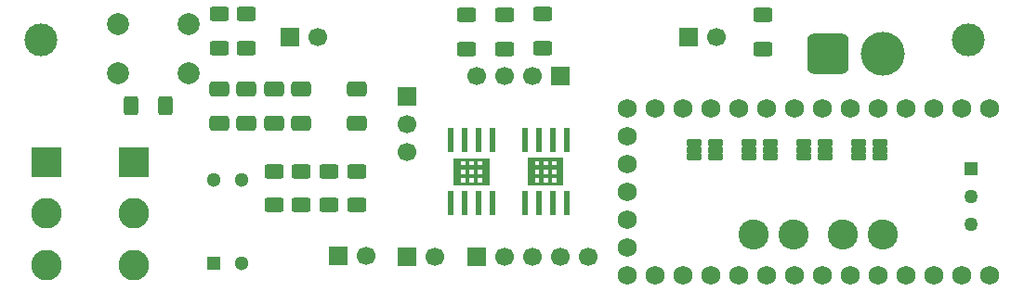
<source format=gbr>
%TF.GenerationSoftware,KiCad,Pcbnew,9.0.3*%
%TF.CreationDate,2025-10-02T05:42:34-04:00*%
%TF.ProjectId,Spii_v3,53706969-5f76-4332-9e6b-696361645f70,rev?*%
%TF.SameCoordinates,Original*%
%TF.FileFunction,Soldermask,Bot*%
%TF.FilePolarity,Negative*%
%FSLAX46Y46*%
G04 Gerber Fmt 4.6, Leading zero omitted, Abs format (unit mm)*
G04 Created by KiCad (PCBNEW 9.0.3) date 2025-10-02 05:42:34*
%MOMM*%
%LPD*%
G01*
G04 APERTURE LIST*
G04 Aperture macros list*
%AMRoundRect*
0 Rectangle with rounded corners*
0 $1 Rounding radius*
0 $2 $3 $4 $5 $6 $7 $8 $9 X,Y pos of 4 corners*
0 Add a 4 corners polygon primitive as box body*
4,1,4,$2,$3,$4,$5,$6,$7,$8,$9,$2,$3,0*
0 Add four circle primitives for the rounded corners*
1,1,$1+$1,$2,$3*
1,1,$1+$1,$4,$5*
1,1,$1+$1,$6,$7*
1,1,$1+$1,$8,$9*
0 Add four rect primitives between the rounded corners*
20,1,$1+$1,$2,$3,$4,$5,0*
20,1,$1+$1,$4,$5,$6,$7,0*
20,1,$1+$1,$6,$7,$8,$9,0*
20,1,$1+$1,$8,$9,$2,$3,0*%
G04 Aperture macros list end*
%ADD10R,1.700000X1.700000*%
%ADD11C,1.700000*%
%ADD12RoundRect,0.250000X0.650000X-0.412500X0.650000X0.412500X-0.650000X0.412500X-0.650000X-0.412500X0*%
%ADD13R,0.508000X2.209800*%
%ADD14C,2.754000*%
%ADD15RoundRect,0.250000X0.400000X0.625000X-0.400000X0.625000X-0.400000X-0.625000X0.400000X-0.625000X0*%
%ADD16RoundRect,0.250000X0.625000X-0.400000X0.625000X0.400000X-0.625000X0.400000X-0.625000X-0.400000X0*%
%ADD17RoundRect,0.250000X-0.650000X0.412500X-0.650000X-0.412500X0.650000X-0.412500X0.650000X0.412500X0*%
%ADD18RoundRect,0.075500X0.621500X0.226500X-0.621500X0.226500X-0.621500X-0.226500X0.621500X-0.226500X0*%
%ADD19R,1.300000X1.300000*%
%ADD20C,1.300000*%
%ADD21R,1.270000X1.270000*%
%ADD22C,1.270000*%
%ADD23C,3.000000*%
%ADD24R,2.794000X2.794000*%
%ADD25C,2.794000*%
%ADD26RoundRect,0.760000X-1.140000X-1.140000X1.140000X-1.140000X1.140000X1.140000X-1.140000X1.140000X0*%
%ADD27C,4.000000*%
%ADD28C,2.000000*%
%ADD29C,1.734000*%
%ADD30RoundRect,0.250000X-0.625000X0.400000X-0.625000X-0.400000X0.625000X-0.400000X0.625000X0.400000X0*%
G04 APERTURE END LIST*
%TO.C,L_MOTOR_DRIVER1*%
G36*
X182137100Y-134762600D02*
G01*
X185362900Y-134762600D01*
X185362900Y-134492700D01*
X182137100Y-134492700D01*
X182137100Y-134762600D01*
G37*
G36*
X182137100Y-137007300D02*
G01*
X182762600Y-137007300D01*
X182762600Y-134492700D01*
X182137100Y-134492700D01*
X182137100Y-137007300D01*
G37*
G36*
X183162600Y-137007300D02*
G01*
X183550000Y-137007300D01*
X183550000Y-134492700D01*
X183162600Y-134492700D01*
X183162600Y-137007300D01*
G37*
G36*
X183950000Y-137007300D02*
G01*
X184337400Y-137007300D01*
X184337400Y-134492700D01*
X183950000Y-134492700D01*
X183950000Y-137007300D01*
G37*
G36*
X184737400Y-137007300D02*
G01*
X185362900Y-137007300D01*
X185362900Y-134492700D01*
X184737400Y-134492700D01*
X184737400Y-137007300D01*
G37*
G36*
X182137100Y-135550000D02*
G01*
X185362900Y-135550000D01*
X185362900Y-135162600D01*
X182137100Y-135162600D01*
X182137100Y-135550000D01*
G37*
G36*
X182137100Y-136337400D02*
G01*
X185362900Y-136337400D01*
X185362900Y-135950000D01*
X182137100Y-135950000D01*
X182137100Y-136337400D01*
G37*
G36*
X182137100Y-137007300D02*
G01*
X185362900Y-137007300D01*
X185362900Y-136737400D01*
X182137100Y-136737400D01*
X182137100Y-137007300D01*
G37*
%TO.C,R_MOTOR_DRIVER1*%
G36*
X175387100Y-134782600D02*
G01*
X178612900Y-134782600D01*
X178612900Y-134512700D01*
X175387100Y-134512700D01*
X175387100Y-134782600D01*
G37*
G36*
X175387100Y-137027300D02*
G01*
X176012600Y-137027300D01*
X176012600Y-134512700D01*
X175387100Y-134512700D01*
X175387100Y-137027300D01*
G37*
G36*
X176412600Y-137027300D02*
G01*
X176800000Y-137027300D01*
X176800000Y-134512700D01*
X176412600Y-134512700D01*
X176412600Y-137027300D01*
G37*
G36*
X177200000Y-137027300D02*
G01*
X177587400Y-137027300D01*
X177587400Y-134512700D01*
X177200000Y-134512700D01*
X177200000Y-137027300D01*
G37*
G36*
X177987400Y-137027300D02*
G01*
X178612900Y-137027300D01*
X178612900Y-134512700D01*
X177987400Y-134512700D01*
X177987400Y-137027300D01*
G37*
G36*
X175387100Y-135570000D02*
G01*
X178612900Y-135570000D01*
X178612900Y-135182600D01*
X175387100Y-135182600D01*
X175387100Y-135570000D01*
G37*
G36*
X175387100Y-136357400D02*
G01*
X178612900Y-136357400D01*
X178612900Y-135970000D01*
X175387100Y-135970000D01*
X175387100Y-136357400D01*
G37*
G36*
X175387100Y-137027300D02*
G01*
X178612900Y-137027300D01*
X178612900Y-136757400D01*
X175387100Y-136757400D01*
X175387100Y-137027300D01*
G37*
%TD*%
D10*
%TO.C,TV1*%
X185120000Y-127000000D03*
D11*
X182580000Y-127000000D03*
X180040000Y-127000000D03*
X177500000Y-127000000D03*
%TD*%
D12*
%TO.C,0.1uF*%
X156500000Y-128187500D03*
X156500000Y-131312500D03*
%TD*%
D13*
%TO.C,L_MOTOR_DRIVER1*%
X181845000Y-132874999D03*
X183115000Y-132874999D03*
X184385000Y-132874999D03*
X185655000Y-132874999D03*
X185655000Y-138625001D03*
X184385000Y-138625001D03*
X183115000Y-138625001D03*
X181845000Y-138625001D03*
%TD*%
%TO.C,R_MOTOR_DRIVER1*%
X175095000Y-132894999D03*
X176365000Y-132894999D03*
X177635000Y-132894999D03*
X178905000Y-132894999D03*
X178905000Y-138645001D03*
X177635000Y-138645001D03*
X176365000Y-138645001D03*
X175095000Y-138645001D03*
%TD*%
D10*
%TO.C,J9*%
X196750000Y-123475000D03*
D11*
X199290000Y-123475000D03*
%TD*%
D10*
%TO.C,-       +*%
X160460000Y-123475000D03*
D11*
X163000000Y-123475000D03*
%TD*%
D14*
%TO.C,F1*%
X214500000Y-141500000D03*
X210840000Y-141500000D03*
X206370000Y-141500000D03*
X202710000Y-141500000D03*
%TD*%
D15*
%TO.C,500\u03A9*%
X149062500Y-129750000D03*
X145962500Y-129750000D03*
%TD*%
D16*
%TO.C,1k\u03A9*%
X154000000Y-124450000D03*
X154000000Y-121350000D03*
%TD*%
D10*
%TO.C,IR_PWR*%
X164830000Y-143475000D03*
D11*
X167370000Y-143475000D03*
%TD*%
D10*
%TO.C,SIGNAL1*%
X177420000Y-143500000D03*
D11*
X179960000Y-143500000D03*
X182500000Y-143500000D03*
X185040000Y-143500000D03*
X187580000Y-143500000D03*
%TD*%
D10*
%TO.C,LN_PWR*%
X171080000Y-143500000D03*
D11*
X173620000Y-143500000D03*
%TD*%
D10*
%TO.C,START_MOD1*%
X171080000Y-128920000D03*
D11*
X171080000Y-131460000D03*
X171080000Y-134000000D03*
%TD*%
D17*
%TO.C,50uF*%
X159000000Y-128187500D03*
X159000000Y-131312500D03*
%TD*%
D18*
%TO.C,M_IR*%
X209210000Y-133100000D03*
X209210000Y-133750000D03*
X209210000Y-134400000D03*
X207290000Y-134400000D03*
X207290000Y-133750000D03*
X207290000Y-133100000D03*
%TD*%
D19*
%TO.C,SW_DIP1*%
X153460000Y-144120000D03*
D20*
X156000000Y-144120000D03*
X156000000Y-136500000D03*
X153460000Y-136500000D03*
%TD*%
D21*
%TO.C,U2*%
X222540000Y-135460000D03*
D22*
X222540000Y-138000000D03*
X222540000Y-140540000D03*
%TD*%
D18*
%TO.C,R_IR*%
X204210000Y-133100000D03*
X204210000Y-133750000D03*
X204210000Y-134400000D03*
X202290000Y-134400000D03*
X202290000Y-133750000D03*
X202290000Y-133100000D03*
%TD*%
D23*
%TO.C,H1*%
X222250000Y-123750000D03*
%TD*%
D24*
%TO.C,SW3*%
X146250000Y-134852000D03*
D25*
X146250000Y-139551000D03*
X146250000Y-144250000D03*
%TD*%
D17*
%TO.C,50uF*%
X161500000Y-128187500D03*
X161500000Y-131312500D03*
%TD*%
D23*
%TO.C,H2*%
X137750000Y-123750000D03*
%TD*%
D18*
%TO.C,L_IR*%
X214210000Y-133100000D03*
X214210000Y-133750000D03*
X214210000Y-134400000D03*
X212290000Y-134400000D03*
X212290000Y-133750000D03*
X212290000Y-133100000D03*
%TD*%
D26*
%TO.C,J7*%
X209500000Y-125000000D03*
D27*
X214500000Y-125000000D03*
%TD*%
D18*
%TO.C,S_MOD*%
X199210000Y-133100000D03*
X199210000Y-133750000D03*
X199210000Y-134400000D03*
X197290000Y-134400000D03*
X197290000Y-133750000D03*
X197290000Y-133100000D03*
%TD*%
D17*
%TO.C,0.1uF*%
X166500000Y-128187500D03*
X166500000Y-131312500D03*
%TD*%
D28*
%TO.C,SW1*%
X144750000Y-122250000D03*
X151250000Y-122250000D03*
X144750000Y-126750000D03*
X151250000Y-126750000D03*
%TD*%
D24*
%TO.C,SW2*%
X138250000Y-134852000D03*
D25*
X138250000Y-139551000D03*
X138250000Y-144250000D03*
%TD*%
D29*
%TO.C,Teensy 4.0*%
X221700000Y-130000000D03*
X219160000Y-130000000D03*
X216620000Y-130000000D03*
X214080000Y-130000000D03*
X191220000Y-135080000D03*
X219160000Y-145240000D03*
X211540000Y-130000000D03*
X209000000Y-130000000D03*
X206460000Y-130000000D03*
X203920000Y-130000000D03*
X201380000Y-130000000D03*
X198840000Y-130000000D03*
X196300000Y-130000000D03*
X193760000Y-130000000D03*
X191220000Y-130000000D03*
X191220000Y-145240000D03*
X193760000Y-145240000D03*
X196300000Y-145240000D03*
X198840000Y-145240000D03*
X201380000Y-145240000D03*
X203920000Y-145240000D03*
X206460000Y-145240000D03*
X209000000Y-145240000D03*
X211540000Y-145240000D03*
X214080000Y-145240000D03*
X216620000Y-145240000D03*
X224240000Y-130000000D03*
X191220000Y-137620000D03*
X221700000Y-145240000D03*
X191220000Y-142700000D03*
X191220000Y-140160000D03*
X191220000Y-132540000D03*
X224240000Y-145240000D03*
%TD*%
D30*
%TO.C,10k\u03A9*%
X161500000Y-138800000D03*
X161500000Y-135700000D03*
%TD*%
%TO.C,10k\u03A9*%
X159000000Y-138800000D03*
X159000000Y-135700000D03*
%TD*%
%TO.C,500\u03A9*%
X203500000Y-124550000D03*
X203500000Y-121450000D03*
%TD*%
%TO.C,500\u03A9*%
X183500000Y-124462500D03*
X183500000Y-121362500D03*
%TD*%
%TO.C,500\u03A9*%
X180000000Y-124550000D03*
X180000000Y-121450000D03*
%TD*%
%TO.C,500\u03A9*%
X176500000Y-124550000D03*
X176500000Y-121450000D03*
%TD*%
%TO.C,500\u03A9*%
X156500000Y-124462500D03*
X156500000Y-121362500D03*
%TD*%
%TO.C,18k\u03A9*%
X164000000Y-135700000D03*
X164000000Y-138800000D03*
%TD*%
%TO.C,18k\u03A9*%
X166500000Y-135700000D03*
X166500000Y-138800000D03*
%TD*%
D17*
%TO.C,0.1uF*%
X154000000Y-128187500D03*
X154000000Y-131312500D03*
%TD*%
M02*

</source>
